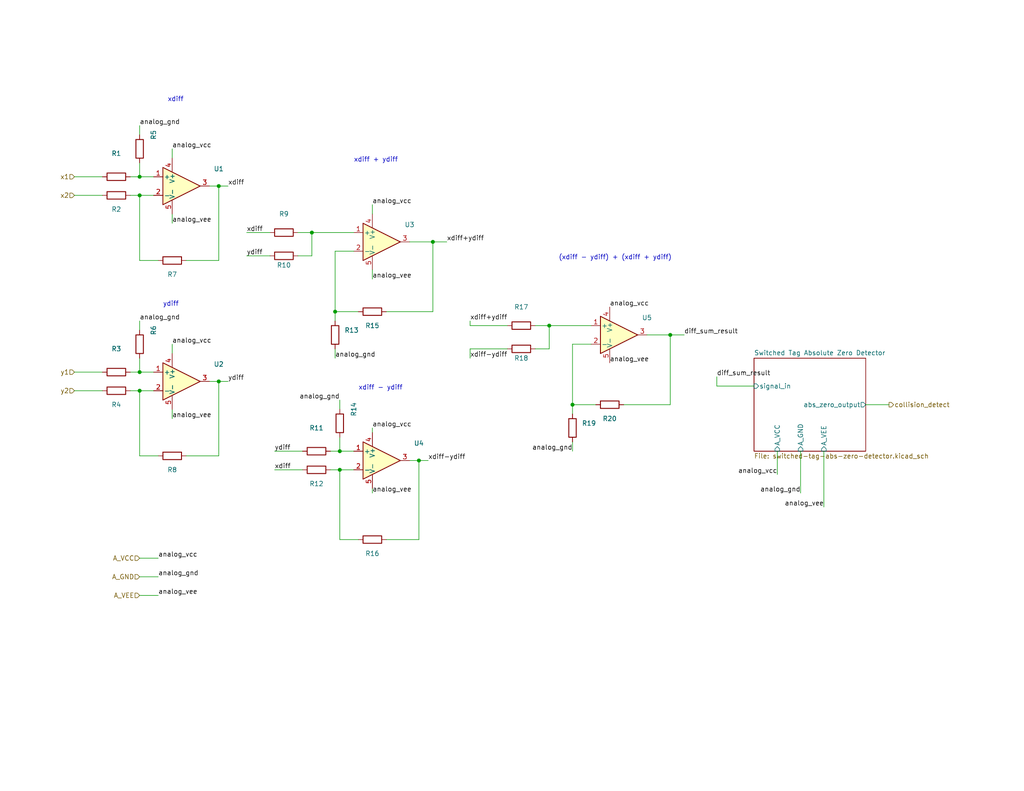
<source format=kicad_sch>
(kicad_sch (version 20211123) (generator eeschema)
  (paper "USLetter")
  (lib_symbols
    (symbol "Device:R" (pin_numbers hide) (pin_names (offset 0))
      (property "Reference" "R" (at 2.032 0 90))
      (property "Value" "R" (at 0 0 90))
      (symbol "R_0_1"
        (rectangle (start -1.016 -2.54) (end 1.016 2.54) (stroke (width 0.254)))
      )
      (symbol "R_1_1"
        (pin passive line (at 0 3.81 270) (length 1.27) (name "~") (number "1"))
        (pin passive line (at 0 -3.81 90) (length 1.27) (name "~") (number "2"))
      )
    )
    (symbol "Simulation_SPICE:OPAMP" (pin_names (offset 0.254))
      (property "Reference" "U" (at 3.81 3.175 0))
      (property "Value" "OPAMP" (at 3.81 -3.175 0))
      (symbol "OPAMP_0_1"
        (polyline (pts (xy 5.08 0) (xy -5.08 5.08) (xy -5.08 -5.08) (xy 5.08 0)) (stroke (width 0.254)) (fill (type background)))
      )
      (symbol "OPAMP_1_1"
        (pin input line (at -7.62 2.54 0) (length 2.54) (name "+") (number "1"))
        (pin input line (at -7.62 -2.54 0) (length 2.54) (name "-") (number "2"))
        (pin output line (at 7.62 0 180) (length 2.54) (name "~") (number "3"))
        (pin power_in line (at -2.54 7.62 270) (length 3.81) (name "V+") (number "4"))
        (pin power_in line (at -2.54 -7.62 90) (length 3.81) (name "V-") (number "5"))
      )
    )
  )
  (junction (at 92.71 123.19))
  (junction (at 38.1 101.6))
  (junction (at 91.44 85.09))
  (junction (at 38.1 53.34))
  (junction (at 92.71 128.27))
  (junction (at 59.69 50.8))
  (junction (at 38.1 48.26))
  (junction (at 149.86 88.9))
  (junction (at 114.3 125.73))
  (junction (at 118.11 66.04))
  (junction (at 182.88 91.44))
  (junction (at 59.69 104.14))
  (junction (at 38.1 106.68))
  (junction (at 156.21 110.49))
  (junction (at 85.09 63.5))
  (wire (pts (xy 212.09 123.19) (xy 212.09 129.54)))
  (wire (pts (xy 20.32 48.26) (xy 27.94 48.26)))
  (wire (pts (xy 20.32 106.68) (xy 27.94 106.68)))
  (wire (pts (xy 91.44 87.63) (xy 91.44 85.09)))
  (wire (pts (xy 57.15 104.14) (xy 59.69 104.14)))
  (wire (pts (xy 236.22 110.49) (xy 242.57 110.49)))
  (wire (pts (xy 96.52 68.58) (xy 91.44 68.58)))
  (wire (pts (xy 90.17 128.27) (xy 92.71 128.27)))
  (wire (pts (xy 128.27 95.25) (xy 128.27 97.79)))
  (wire (pts (xy 43.18 124.46) (xy 38.1 124.46)))
  (wire (pts (xy 35.56 101.6) (xy 38.1 101.6)))
  (wire (pts (xy 146.05 95.25) (xy 149.86 95.25)))
  (wire (pts (xy 128.27 88.9) (xy 128.27 87.63)))
  (wire (pts (xy 46.99 40.64) (xy 46.99 43.18)))
  (wire (pts (xy 35.56 48.26) (xy 38.1 48.26)))
  (wire (pts (xy 59.69 124.46) (xy 59.69 104.14)))
  (wire (pts (xy 128.27 95.25) (xy 138.43 95.25)))
  (wire (pts (xy 205.74 105.41) (xy 195.58 105.41)))
  (wire (pts (xy 50.8 71.12) (xy 59.69 71.12)))
  (wire (pts (xy 156.21 113.03) (xy 156.21 110.49)))
  (wire (pts (xy 38.1 53.34) (xy 41.91 53.34)))
  (wire (pts (xy 91.44 68.58) (xy 91.44 85.09)))
  (wire (pts (xy 57.15 50.8) (xy 59.69 50.8)))
  (wire (pts (xy 97.79 147.32) (xy 92.71 147.32)))
  (wire (pts (xy 92.71 111.76) (xy 92.71 109.22)))
  (wire (pts (xy 146.05 88.9) (xy 149.86 88.9)))
  (wire (pts (xy 224.79 123.19) (xy 224.79 138.43)))
  (wire (pts (xy 85.09 69.85) (xy 85.09 63.5)))
  (wire (pts (xy 118.11 66.04) (xy 118.11 85.09)))
  (wire (pts (xy 74.93 128.27) (xy 82.55 128.27)))
  (wire (pts (xy 50.8 124.46) (xy 59.69 124.46)))
  (wire (pts (xy 35.56 106.68) (xy 38.1 106.68)))
  (wire (pts (xy 128.27 88.9) (xy 138.43 88.9)))
  (wire (pts (xy 59.69 50.8) (xy 62.23 50.8)))
  (wire (pts (xy 81.28 63.5) (xy 85.09 63.5)))
  (wire (pts (xy 85.09 63.5) (xy 96.52 63.5)))
  (wire (pts (xy 38.1 48.26) (xy 38.1 44.45)))
  (wire (pts (xy 38.1 90.17) (xy 38.1 87.63)))
  (wire (pts (xy 38.1 101.6) (xy 41.91 101.6)))
  (wire (pts (xy 46.99 111.76) (xy 46.99 114.3)))
  (wire (pts (xy 43.18 71.12) (xy 38.1 71.12)))
  (wire (pts (xy 46.99 93.98) (xy 46.99 96.52)))
  (wire (pts (xy 38.1 36.83) (xy 38.1 34.29)))
  (wire (pts (xy 101.6 55.88) (xy 101.6 58.42)))
  (wire (pts (xy 38.1 162.56) (xy 43.18 162.56)))
  (wire (pts (xy 114.3 125.73) (xy 116.84 125.73)))
  (wire (pts (xy 111.76 125.73) (xy 114.3 125.73)))
  (wire (pts (xy 38.1 101.6) (xy 38.1 97.79)))
  (wire (pts (xy 59.69 104.14) (xy 62.23 104.14)))
  (wire (pts (xy 38.1 152.4) (xy 43.18 152.4)))
  (wire (pts (xy 92.71 147.32) (xy 92.71 128.27)))
  (wire (pts (xy 67.31 63.5) (xy 73.66 63.5)))
  (wire (pts (xy 38.1 157.48) (xy 43.18 157.48)))
  (wire (pts (xy 156.21 120.65) (xy 156.21 123.19)))
  (wire (pts (xy 182.88 91.44) (xy 182.88 110.49)))
  (wire (pts (xy 101.6 73.66) (xy 101.6 76.2)))
  (wire (pts (xy 67.31 69.85) (xy 73.66 69.85)))
  (wire (pts (xy 74.93 123.19) (xy 82.55 123.19)))
  (wire (pts (xy 91.44 95.25) (xy 91.44 97.79)))
  (wire (pts (xy 118.11 66.04) (xy 121.92 66.04)))
  (wire (pts (xy 156.21 110.49) (xy 162.56 110.49)))
  (wire (pts (xy 35.56 53.34) (xy 38.1 53.34)))
  (wire (pts (xy 38.1 71.12) (xy 38.1 53.34)))
  (wire (pts (xy 149.86 88.9) (xy 161.29 88.9)))
  (wire (pts (xy 149.86 95.25) (xy 149.86 88.9)))
  (wire (pts (xy 92.71 128.27) (xy 96.52 128.27)))
  (wire (pts (xy 118.11 85.09) (xy 105.41 85.09)))
  (wire (pts (xy 195.58 105.41) (xy 195.58 102.87)))
  (wire (pts (xy 46.99 58.42) (xy 46.99 60.96)))
  (wire (pts (xy 176.53 91.44) (xy 182.88 91.44)))
  (wire (pts (xy 105.41 147.32) (xy 114.3 147.32)))
  (wire (pts (xy 90.17 123.19) (xy 92.71 123.19)))
  (wire (pts (xy 111.76 66.04) (xy 118.11 66.04)))
  (wire (pts (xy 81.28 69.85) (xy 85.09 69.85)))
  (wire (pts (xy 38.1 106.68) (xy 38.1 124.46)))
  (wire (pts (xy 38.1 106.68) (xy 41.91 106.68)))
  (wire (pts (xy 101.6 116.84) (xy 101.6 118.11)))
  (wire (pts (xy 20.32 53.34) (xy 27.94 53.34)))
  (wire (pts (xy 218.44 123.19) (xy 218.44 134.62)))
  (wire (pts (xy 38.1 48.26) (xy 41.91 48.26)))
  (wire (pts (xy 20.32 101.6) (xy 27.94 101.6)))
  (wire (pts (xy 101.6 133.35) (xy 101.6 134.62)))
  (wire (pts (xy 92.71 123.19) (xy 96.52 123.19)))
  (wire (pts (xy 92.71 123.19) (xy 92.71 119.38)))
  (wire (pts (xy 156.21 93.98) (xy 156.21 110.49)))
  (wire (pts (xy 114.3 147.32) (xy 114.3 125.73)))
  (wire (pts (xy 59.69 71.12) (xy 59.69 50.8)))
  (wire (pts (xy 182.88 91.44) (xy 186.69 91.44)))
  (wire (pts (xy 182.88 110.49) (xy 170.18 110.49)))
  (wire (pts (xy 161.29 93.98) (xy 156.21 93.98)))
  (wire (pts (xy 91.44 85.09) (xy 97.79 85.09)))
  (text "xdiff" (at 45.72 27.94 0) (effects (font (size 1.27 1.27)) (justify left bottom)))
  (text "ydiff" (at 44.45 83.82 0) (effects (font (size 1.27 1.27)) (justify left bottom)))
  (text "(xdiff - ydiff) + (xdiff + ydiff)" (at 152.4 71.12 0) (effects (font (size 1.27 1.27)) (justify left bottom)))
  (text "xdiff + ydiff" (at 96.52 44.45 0) (effects (font (size 1.27 1.27)) (justify left bottom)))
  (text "xdiff - ydiff" (at 97.79 106.68 0) (effects (font (size 1.27 1.27)) (justify left bottom)))
  (label "xdiff" (at 67.31 63.5 0))
  (label "analog_vcc" (at 101.6 55.88 0))
  (label "analog_gnd" (at 43.18 157.48 0))
  (label "xdiff" (at 62.23 50.8 0))
  (label "xdiff-ydiff" (at 116.84 125.73 0))
  (label "analog_vcc" (at 101.6 116.84 0))
  (label "analog_vee" (at 224.79 138.43 180))
  (label "diff_sum_result" (at 195.58 102.87 0))
  (label "ydiff" (at 67.31 69.85 0))
  (label "analog_gnd" (at 218.44 134.62 180))
  (label "analog_gnd" (at 38.1 34.29 0))
  (label "xdiff" (at 74.93 128.27 0))
  (label "analog_vcc" (at 212.09 129.54 180))
  (label "analog_gnd" (at 91.44 97.79 0))
  (label "ydiff" (at 62.23 104.14 0))
  (label "analog_vcc" (at 43.18 152.4 0))
  (label "analog_vcc" (at 46.99 93.98 0))
  (label "diff_sum_result" (at 186.69 91.44 0))
  (label "analog_vcc" (at 46.99 40.64 0))
  (label "analog_vee" (at 101.6 134.62 0))
  (label "analog_gnd" (at 156.21 123.19 180))
  (label "analog_vee" (at 46.99 114.3 0))
  (label "analog_gnd" (at 92.71 109.22 180))
  (label "analog_vcc" (at 166.37 83.82 0))
  (label "analog_vee" (at 43.18 162.56 0))
  (label "xdiff-ydiff" (at 128.27 97.79 0))
  (label "xdiff+ydiff" (at 121.92 66.04 0))
  (label "analog_vee" (at 46.99 60.96 0))
  (label "analog_vee" (at 101.6 76.2 0))
  (label "xdiff+ydiff" (at 128.27 87.63 0))
  (label "analog_vee" (at 166.37 99.06 0))
  (label "ydiff" (at 74.93 123.19 0))
  (label "analog_gnd" (at 38.1 87.63 0))
  (hierarchical_label "A_VEE" (shape input) (at 38.1 162.56 180))
  (hierarchical_label "x2" (shape input) (at 20.32 53.34 180))
  (hierarchical_label "A_VCC" (shape input) (at 38.1 152.4 180))
  (hierarchical_label "A_GND" (shape input) (at 38.1 157.48 180))
  (hierarchical_label "x1" (shape input) (at 20.32 48.26 180))
  (hierarchical_label "collision_detect" (shape output) (at 242.57 110.49 0))
  (hierarchical_label "y2" (shape input) (at 20.32 106.68 180))
  (hierarchical_label "y1" (shape input) (at 20.32 101.6 180))
  (symbol (lib_id "Device:R") (at 166.37 110.49 90) (unit 1)
    (property "Reference" "R20" (at 166.37 114.3 90))
  )
  (symbol (lib_id "Device:R") (at 86.36 128.27 90) (unit 1)
    (property "Reference" "R12" (at 86.36 132.08 90))
  )
  (symbol (lib_id "Device:R") (at 142.24 95.25 90) (unit 1)
    (property "Reference" "R18" (at 142.24 97.79 90))
  )
  (symbol (lib_id "Device:R") (at 86.36 123.19 90) (unit 1)
    (property "Reference" "R11" (at 86.36 116.84 90))
  )
  (symbol (lib_id "Simulation_SPICE:OPAMP") (at 168.91 91.44 0) (unit 1)
    (property "Reference" "U5" (at 176.53 86.741 0))
    (property "Spice_Netlist_Enabled" "Y" (effects hide))
    (property "Spice_Primitive" "X" (effects hide))
    (property "Spice_Model" "ADA4692" (effects hide))
    (property "Spice_Lib_File" "/home/pab/Inventions/analog-circuit-game-console/ms-circuit-video-games/spice-models/ada4692.mod" (effects hide))
    (property "Spice_Node_Sequence" "1 2 4 5 3" (effects hide))
  )
  (symbol (lib_id "Simulation_SPICE:OPAMP") (at 104.14 66.04 0) (unit 1)
    (property "Reference" "U3" (at 111.76 61.341 0))
    (property "Spice_Netlist_Enabled" "Y" (effects hide))
    (property "Spice_Primitive" "X" (effects hide))
    (property "Spice_Model" "ADA4692" (effects hide))
    (property "Spice_Lib_File" "/home/pab/Inventions/analog-circuit-game-console/ms-circuit-video-games/spice-models/ada4692.mod" (effects hide))
    (property "Spice_Node_Sequence" "1 2 4 5 3" (effects hide))
  )
  (symbol (lib_id "Simulation_SPICE:OPAMP") (at 49.53 104.14 0) (unit 1)
    (property "Reference" "U2" (at 59.69 99.441 0))
    (property "Spice_Netlist_Enabled" "Y" (effects hide))
    (property "Spice_Primitive" "X" (effects hide))
    (property "Spice_Model" "ADA4692" (effects hide))
    (property "Spice_Lib_File" "/home/pab/Inventions/analog-circuit-game-console/ms-circuit-video-games/spice-models/ada4692.mod" (effects hide))
    (property "Spice_Node_Sequence" "1 2 4 5 3" (effects hide))
  )
  (symbol (lib_id "Device:R") (at 77.47 63.5 90) (unit 1)
    (property "Reference" "R9" (at 77.47 58.42 90))
  )
  (symbol (lib_id "Device:R") (at 101.6 147.32 90) (unit 1)
    (property "Reference" "R16" (at 101.6 151.13 90))
  )
  (symbol (lib_id "Device:R") (at 46.99 71.12 90) (unit 1)
    (property "Reference" "R7" (at 46.99 74.93 90))
  )
  (symbol (lib_id "Device:R") (at 46.99 124.46 90) (unit 1)
    (property "Reference" "R8" (at 46.99 128.27 90))
  )
  (symbol (lib_id "Simulation_SPICE:OPAMP") (at 104.14 125.73 0) (unit 1)
    (property "Reference" "U4" (at 114.3 121.031 0))
    (property "Spice_Netlist_Enabled" "Y" (effects hide))
    (property "Spice_Primitive" "X" (effects hide))
    (property "Spice_Model" "ADA4692" (effects hide))
    (property "Spice_Lib_File" "/home/pab/Inventions/analog-circuit-game-console/ms-circuit-video-games/spice-models/ada4692.mod" (effects hide))
    (property "Spice_Node_Sequence" "1 2 4 5 3" (effects hide))
  )
  (symbol (lib_id "Device:R") (at 101.6 85.09 90) (unit 1)
    (property "Reference" "R15" (at 101.6 88.9 90))
  )
  (symbol (lib_id "Simulation_SPICE:OPAMP") (at 49.53 50.8 0) (unit 1)
    (property "Reference" "U1" (at 59.69 46.101 0))
    (property "Spice_Netlist_Enabled" "Y" (effects hide))
    (property "Spice_Primitive" "X" (effects hide))
    (property "Spice_Model" "ADA4692" (effects hide))
    (property "Spice_Lib_File" "/home/pab/Inventions/analog-circuit-game-console/ms-circuit-video-games/spice-models/ada4692.mod" (effects hide))
    (property "Spice_Node_Sequence" "1 2 4 5 3" (effects hide))
  )
  (symbol (lib_id "Device:R") (at 38.1 93.98 0) (unit 1)
    (property "Reference" "R6" (at 41.91 90.17 90))
  )
  (symbol (lib_id "Device:R") (at 31.75 48.26 90) (unit 1)
    (property "Reference" "R1" (at 31.75 41.91 90))
  )
  (symbol (lib_id "Device:R") (at 31.75 53.34 90) (unit 1)
    (property "Reference" "R2" (at 31.75 57.15 90))
  )
  (symbol (lib_id "Device:R") (at 92.71 115.57 0) (unit 1)
    (property "Reference" "R14" (at 96.52 111.76 90))
  )
  (symbol (lib_id "Device:R") (at 77.47 69.85 90) (unit 1)
    (property "Reference" "R10" (at 77.47 72.39 90))
  )
  (symbol (lib_id "Device:R") (at 142.24 88.9 90) (unit 1)
    (property "Reference" "R17" (at 142.24 83.82 90))
  )
  (symbol (lib_id "Device:R") (at 38.1 40.64 0) (unit 1)
    (property "Reference" "R5" (at 41.91 36.83 90))
  )
  (symbol (lib_id "Device:R") (at 31.75 106.68 90) (unit 1)
    (property "Reference" "R4" (at 31.75 110.49 90))
  )
  (symbol (lib_id "Device:R") (at 91.44 91.44 0) (unit 1)
    (property "Reference" "R13" (at 93.98 90.1699 0) (effects (justify left)))
  )
  (symbol (lib_id "Device:R") (at 31.75 101.6 90) (unit 1)
    (property "Reference" "R3" (at 31.75 95.25 90))
  )
  (symbol (lib_id "Device:R") (at 156.21 116.84 0) (unit 1)
    (property "Reference" "R19" (at 158.75 115.5699 0) (effects (justify left)))
  )
  (sheet (at 205.74 97.79) (size 30.48 25.4) (stroke (width 0.1524))
    (property "Sheet name" "Switched Tag Absolute Zero Detector" (at 205.74 97.0784 0) (effects (justify left bottom)))
    (property "Sheet file" "switched-tag-abs-zero-detector.kicad_sch" (at 205.74 123.7746 0) (effects (justify left top)))
    (pin "signal_in" input (at 205.74 105.41 180))
    (pin "abs_zero_output" output (at 236.22 110.49 0))
    (pin "A_VEE" input (at 224.79 123.19 270))
    (pin "A_GND" input (at 218.44 123.19 270))
    (pin "A_VCC" input (at 212.09 123.19 270))
  )
)
</source>
